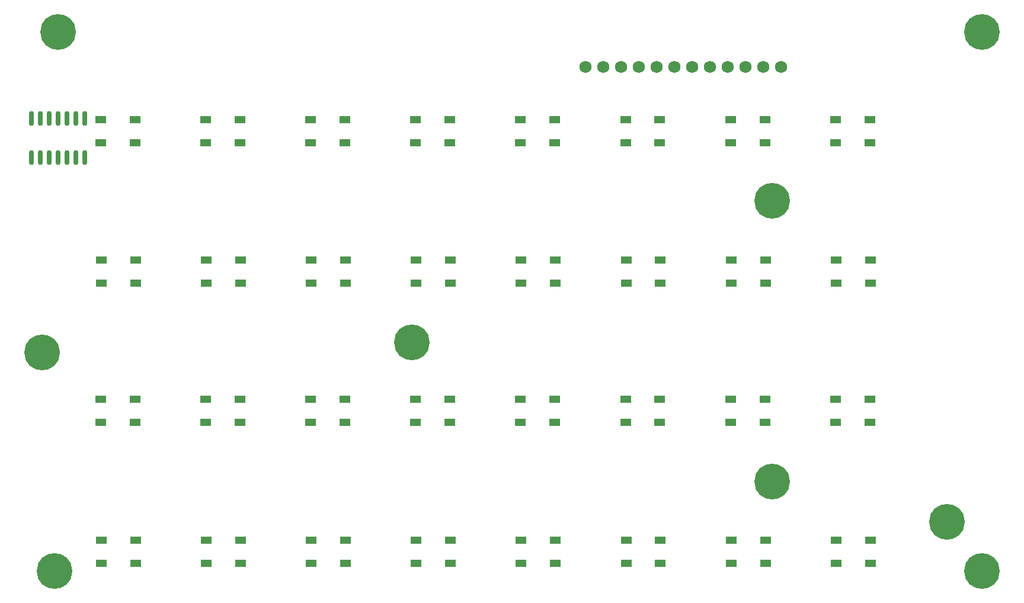
<source format=gts>
G04 Layer: TopSolderMaskLayer*
G04 EasyEDA v6.5.29, 2023-07-14 16:03:38*
G04 49c0109143794da29a213c6937cafebe,1e4d668faf9c44eeab1497739a8aa4b2,10*
G04 Gerber Generator version 0.2*
G04 Scale: 100 percent, Rotated: No, Reflected: No *
G04 Dimensions in millimeters *
G04 leading zeros omitted , absolute positions ,4 integer and 5 decimal *
%FSLAX45Y45*%
%MOMM*%

%AMMACRO1*1,1,$1,$2,$3*1,1,$1,$4,$5*1,1,$1,0-$2,0-$3*1,1,$1,0-$4,0-$5*20,1,$1,$2,$3,$4,$5,0*20,1,$1,$4,$5,0-$2,0-$3,0*20,1,$1,0-$2,0-$3,0-$4,0-$5,0*20,1,$1,0-$4,0-$5,$2,$3,0*4,1,4,$2,$3,$4,$5,0-$2,0-$3,0-$4,0-$5,$2,$3,0*%
%ADD10C,1.7272*%
%ADD11MACRO1,0.1016X-0.7493X0.4991X0.7493X0.4991*%
%ADD12MACRO1,0.1016X-0.7506X0.4991X0.7506X0.4991*%
%ADD13MACRO1,0.1016X0.7493X-0.4991X-0.7493X-0.4991*%
%ADD14MACRO1,0.1016X0.7506X-0.4991X-0.7506X-0.4991*%
%ADD15O,0.6755891999999999X2.1395944*%
%ADD16C,5.1016*%

%LPD*%
D10*
G01*
X10634776Y7499832D03*
G01*
X10380776Y7499832D03*
G01*
X10126776Y7499832D03*
G01*
X9872776Y7499832D03*
G01*
X9618776Y7499832D03*
G01*
X9364776Y7499832D03*
G01*
X7840192Y7500137D03*
G01*
X8094192Y7500137D03*
G01*
X8348192Y7500137D03*
G01*
X8602192Y7500137D03*
G01*
X8856192Y7500137D03*
G01*
X9110192Y7500137D03*
D11*
G01*
X909129Y6749252D03*
G01*
X909129Y6419250D03*
D12*
G01*
X1399131Y6419250D03*
G01*
X1399131Y6749252D03*
D11*
G01*
X2409126Y6749252D03*
G01*
X2409126Y6419250D03*
D12*
G01*
X2899128Y6419250D03*
G01*
X2899128Y6749252D03*
D11*
G01*
X3909123Y6749252D03*
G01*
X3909123Y6419250D03*
D12*
G01*
X4399125Y6419250D03*
G01*
X4399125Y6749252D03*
D11*
G01*
X5409120Y6749252D03*
G01*
X5409120Y6419250D03*
D12*
G01*
X5899122Y6419250D03*
G01*
X5899122Y6749252D03*
D11*
G01*
X6909117Y6749252D03*
G01*
X6909117Y6419250D03*
D12*
G01*
X7399119Y6419250D03*
G01*
X7399119Y6749252D03*
D11*
G01*
X8409114Y6749252D03*
G01*
X8409114Y6419250D03*
D12*
G01*
X8899116Y6419250D03*
G01*
X8899116Y6749252D03*
D11*
G01*
X9909111Y6749252D03*
G01*
X9909111Y6419250D03*
D12*
G01*
X10399113Y6419250D03*
G01*
X10399113Y6749252D03*
D11*
G01*
X11409108Y6749252D03*
G01*
X11409108Y6419250D03*
D12*
G01*
X11899110Y6419250D03*
G01*
X11899110Y6749252D03*
D13*
G01*
X11907476Y4409991D03*
G01*
X11907476Y4739993D03*
D14*
G01*
X11417475Y4739993D03*
G01*
X11417475Y4409991D03*
D13*
G01*
X10407479Y4409991D03*
G01*
X10407479Y4739993D03*
D14*
G01*
X9917478Y4739993D03*
G01*
X9917478Y4409991D03*
D13*
G01*
X8907482Y4409991D03*
G01*
X8907482Y4739993D03*
D14*
G01*
X8417481Y4739993D03*
G01*
X8417481Y4409991D03*
D13*
G01*
X7407485Y4409991D03*
G01*
X7407485Y4739993D03*
D14*
G01*
X6917484Y4739993D03*
G01*
X6917484Y4409991D03*
D13*
G01*
X5907488Y4409991D03*
G01*
X5907488Y4739993D03*
D14*
G01*
X5417487Y4739993D03*
G01*
X5417487Y4409991D03*
D13*
G01*
X4407491Y4409991D03*
G01*
X4407491Y4739993D03*
D14*
G01*
X3917490Y4739993D03*
G01*
X3917490Y4409991D03*
D13*
G01*
X2907494Y4409991D03*
G01*
X2907494Y4739993D03*
D14*
G01*
X2417493Y4739993D03*
G01*
X2417493Y4409991D03*
D13*
G01*
X1407497Y4409991D03*
G01*
X1407497Y4739993D03*
D14*
G01*
X917496Y4739993D03*
G01*
X917496Y4409991D03*
D11*
G01*
X909129Y2749260D03*
G01*
X909129Y2419258D03*
D12*
G01*
X1399131Y2419258D03*
G01*
X1399131Y2749260D03*
D11*
G01*
X2409126Y2749260D03*
G01*
X2409126Y2419258D03*
D12*
G01*
X2899128Y2419258D03*
G01*
X2899128Y2749260D03*
D11*
G01*
X3909123Y2749260D03*
G01*
X3909123Y2419258D03*
D12*
G01*
X4399125Y2419258D03*
G01*
X4399125Y2749260D03*
D11*
G01*
X5409120Y2749260D03*
G01*
X5409120Y2419258D03*
D12*
G01*
X5899122Y2419258D03*
G01*
X5899122Y2749260D03*
D11*
G01*
X6909117Y2749260D03*
G01*
X6909117Y2419258D03*
D12*
G01*
X7399119Y2419258D03*
G01*
X7399119Y2749260D03*
D11*
G01*
X8409114Y2749260D03*
G01*
X8409114Y2419258D03*
D12*
G01*
X8899116Y2419258D03*
G01*
X8899116Y2749260D03*
D11*
G01*
X9909111Y2749260D03*
G01*
X9909111Y2419258D03*
D12*
G01*
X10399113Y2419258D03*
G01*
X10399113Y2749260D03*
D11*
G01*
X11409108Y2749260D03*
G01*
X11409108Y2419258D03*
D12*
G01*
X11899110Y2419258D03*
G01*
X11899110Y2749260D03*
D13*
G01*
X11907476Y409999D03*
G01*
X11907476Y740001D03*
D14*
G01*
X11417475Y740001D03*
G01*
X11417475Y409999D03*
D13*
G01*
X10407479Y409999D03*
G01*
X10407479Y740001D03*
D14*
G01*
X9917478Y740001D03*
G01*
X9917478Y409999D03*
D13*
G01*
X8907482Y409999D03*
G01*
X8907482Y740001D03*
D14*
G01*
X8417481Y740001D03*
G01*
X8417481Y409999D03*
D13*
G01*
X7407485Y409999D03*
G01*
X7407485Y740001D03*
D14*
G01*
X6917484Y740001D03*
G01*
X6917484Y409999D03*
D13*
G01*
X5907488Y409999D03*
G01*
X5907488Y740001D03*
D14*
G01*
X5417487Y740001D03*
G01*
X5417487Y409999D03*
D13*
G01*
X4407491Y409999D03*
G01*
X4407491Y740001D03*
D14*
G01*
X3917490Y740001D03*
G01*
X3917490Y409999D03*
D13*
G01*
X2907494Y409999D03*
G01*
X2907494Y740001D03*
D14*
G01*
X2417493Y740001D03*
G01*
X2417493Y409999D03*
D13*
G01*
X1407497Y409999D03*
G01*
X1407497Y740001D03*
D14*
G01*
X917496Y740001D03*
G01*
X917496Y409999D03*
D15*
G01*
X680999Y6764401D03*
G01*
X553999Y6764401D03*
G01*
X426999Y6764401D03*
G01*
X299999Y6764401D03*
G01*
X172999Y6764401D03*
G01*
X45999Y6764401D03*
G01*
X-81000Y6764401D03*
G01*
X680999Y6210579D03*
G01*
X553999Y6210579D03*
G01*
X426999Y6210579D03*
G01*
X299999Y6210579D03*
G01*
X172999Y6210579D03*
G01*
X45999Y6210579D03*
G01*
X-81000Y6210579D03*
D16*
G01*
X299999Y7999984D03*
G01*
X250012Y299999D03*
G01*
X13499972Y299999D03*
G01*
X13499972Y7999984D03*
G01*
X75006Y3424986D03*
G01*
X12999974Y999997D03*
G01*
X10499979Y1572463D03*
G01*
X10499979Y5584266D03*
G01*
X5355437Y3565702D03*
M02*

</source>
